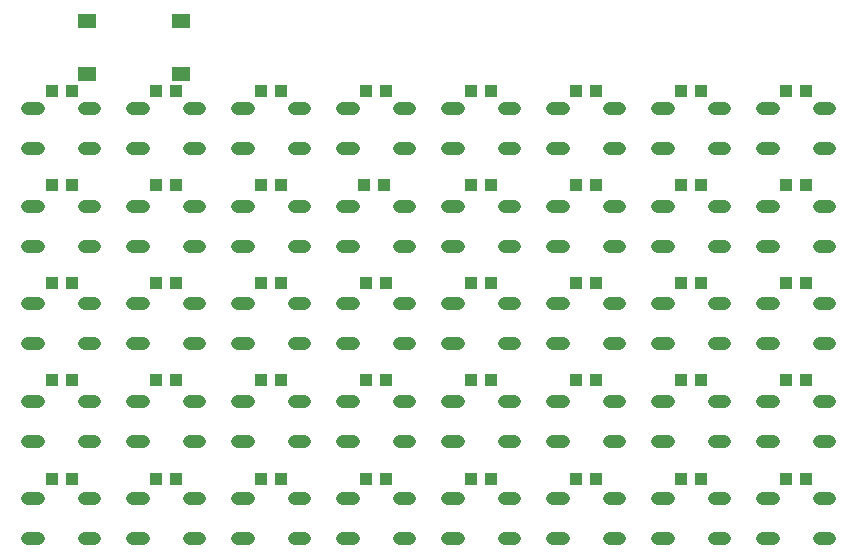
<source format=gtp>
G75*
%MOIN*%
%OFA0B0*%
%FSLAX24Y24*%
%IPPOS*%
%LPD*%
%AMOC8*
5,1,8,0,0,1.08239X$1,22.5*
%
%ADD10C,0.0433*%
%ADD11R,0.0433X0.0394*%
%ADD12R,0.0610X0.0512*%
D10*
X003130Y003831D02*
X003484Y003831D01*
X003484Y003831D01*
X003130Y003831D01*
X003130Y003831D01*
X003130Y005169D02*
X003484Y005169D01*
X003484Y005169D01*
X003130Y005169D01*
X003130Y005169D01*
X005020Y005169D02*
X005374Y005169D01*
X005374Y005169D01*
X005020Y005169D01*
X005020Y005169D01*
X005020Y003831D02*
X005374Y003831D01*
X005374Y003831D01*
X005020Y003831D01*
X005020Y003831D01*
X006630Y003831D02*
X006984Y003831D01*
X006984Y003831D01*
X006630Y003831D01*
X006630Y003831D01*
X006630Y005169D02*
X006984Y005169D01*
X006984Y005169D01*
X006630Y005169D01*
X006630Y005169D01*
X008520Y005169D02*
X008874Y005169D01*
X008874Y005169D01*
X008520Y005169D01*
X008520Y005169D01*
X010130Y005169D02*
X010484Y005169D01*
X010484Y005169D01*
X010130Y005169D01*
X010130Y005169D01*
X010130Y003831D02*
X010484Y003831D01*
X010484Y003831D01*
X010130Y003831D01*
X010130Y003831D01*
X008874Y003831D02*
X008520Y003831D01*
X008874Y003831D02*
X008874Y003831D01*
X008520Y003831D01*
X008520Y003831D01*
X012020Y003831D02*
X012374Y003831D01*
X012374Y003831D01*
X012020Y003831D01*
X012020Y003831D01*
X012020Y005169D02*
X012374Y005169D01*
X012374Y005169D01*
X012020Y005169D01*
X012020Y005169D01*
X013630Y005169D02*
X013984Y005169D01*
X013984Y005169D01*
X013630Y005169D01*
X013630Y005169D01*
X013630Y003831D02*
X013984Y003831D01*
X013984Y003831D01*
X013630Y003831D01*
X013630Y003831D01*
X015520Y003831D02*
X015874Y003831D01*
X015874Y003831D01*
X015520Y003831D01*
X015520Y003831D01*
X017130Y003831D02*
X017484Y003831D01*
X017484Y003831D01*
X017130Y003831D01*
X017130Y003831D01*
X017130Y005169D02*
X017484Y005169D01*
X017484Y005169D01*
X017130Y005169D01*
X017130Y005169D01*
X015874Y005169D02*
X015520Y005169D01*
X015874Y005169D02*
X015874Y005169D01*
X015520Y005169D01*
X015520Y005169D01*
X015520Y007081D02*
X015874Y007081D01*
X015874Y007081D01*
X015520Y007081D01*
X015520Y007081D01*
X017130Y007081D02*
X017484Y007081D01*
X017484Y007081D01*
X017130Y007081D01*
X017130Y007081D01*
X017130Y008419D02*
X017484Y008419D01*
X017484Y008419D01*
X017130Y008419D01*
X017130Y008419D01*
X015874Y008419D02*
X015520Y008419D01*
X015874Y008419D02*
X015874Y008419D01*
X015520Y008419D01*
X015520Y008419D01*
X013984Y008419D02*
X013630Y008419D01*
X013984Y008419D02*
X013984Y008419D01*
X013630Y008419D01*
X013630Y008419D01*
X012374Y008419D02*
X012020Y008419D01*
X012374Y008419D02*
X012374Y008419D01*
X012020Y008419D01*
X012020Y008419D01*
X012020Y007081D02*
X012374Y007081D01*
X012374Y007081D01*
X012020Y007081D01*
X012020Y007081D01*
X010484Y007081D02*
X010130Y007081D01*
X010484Y007081D02*
X010484Y007081D01*
X010130Y007081D01*
X010130Y007081D01*
X008874Y007081D02*
X008520Y007081D01*
X008874Y007081D02*
X008874Y007081D01*
X008520Y007081D01*
X008520Y007081D01*
X008520Y008419D02*
X008874Y008419D01*
X008874Y008419D01*
X008520Y008419D01*
X008520Y008419D01*
X010130Y008419D02*
X010484Y008419D01*
X010484Y008419D01*
X010130Y008419D01*
X010130Y008419D01*
X010130Y010331D02*
X010484Y010331D01*
X010484Y010331D01*
X010130Y010331D01*
X010130Y010331D01*
X008874Y010331D02*
X008520Y010331D01*
X008874Y010331D02*
X008874Y010331D01*
X008520Y010331D01*
X008520Y010331D01*
X008520Y011669D02*
X008874Y011669D01*
X008874Y011669D01*
X008520Y011669D01*
X008520Y011669D01*
X010130Y011669D02*
X010484Y011669D01*
X010484Y011669D01*
X010130Y011669D01*
X010130Y011669D01*
X012020Y011669D02*
X012374Y011669D01*
X012374Y011669D01*
X012020Y011669D01*
X012020Y011669D01*
X012020Y010331D02*
X012374Y010331D01*
X012374Y010331D01*
X012020Y010331D01*
X012020Y010331D01*
X013630Y010331D02*
X013984Y010331D01*
X013984Y010331D01*
X013630Y010331D01*
X013630Y010331D01*
X013630Y011669D02*
X013984Y011669D01*
X013984Y011669D01*
X013630Y011669D01*
X013630Y011669D01*
X015520Y011669D02*
X015874Y011669D01*
X015874Y011669D01*
X015520Y011669D01*
X015520Y011669D01*
X017130Y011669D02*
X017484Y011669D01*
X017484Y011669D01*
X017130Y011669D01*
X017130Y011669D01*
X017130Y010331D02*
X017484Y010331D01*
X017484Y010331D01*
X017130Y010331D01*
X017130Y010331D01*
X015874Y010331D02*
X015520Y010331D01*
X015874Y010331D02*
X015874Y010331D01*
X015520Y010331D01*
X015520Y010331D01*
X019020Y010331D02*
X019374Y010331D01*
X019374Y010331D01*
X019020Y010331D01*
X019020Y010331D01*
X019020Y011669D02*
X019374Y011669D01*
X019374Y011669D01*
X019020Y011669D01*
X019020Y011669D01*
X020630Y011669D02*
X020984Y011669D01*
X020984Y011669D01*
X020630Y011669D01*
X020630Y011669D01*
X020630Y010331D02*
X020984Y010331D01*
X020984Y010331D01*
X020630Y010331D01*
X020630Y010331D01*
X022520Y010331D02*
X022874Y010331D01*
X022874Y010331D01*
X022520Y010331D01*
X022520Y010331D01*
X024130Y010331D02*
X024484Y010331D01*
X024484Y010331D01*
X024130Y010331D01*
X024130Y010331D01*
X024130Y011669D02*
X024484Y011669D01*
X024484Y011669D01*
X024130Y011669D01*
X024130Y011669D01*
X022874Y011669D02*
X022520Y011669D01*
X022874Y011669D02*
X022874Y011669D01*
X022520Y011669D01*
X022520Y011669D01*
X022520Y013581D02*
X022874Y013581D01*
X022874Y013581D01*
X022520Y013581D01*
X022520Y013581D01*
X024130Y013581D02*
X024484Y013581D01*
X024484Y013581D01*
X024130Y013581D01*
X024130Y013581D01*
X024130Y014919D02*
X024484Y014919D01*
X024484Y014919D01*
X024130Y014919D01*
X024130Y014919D01*
X022874Y014919D02*
X022520Y014919D01*
X022874Y014919D02*
X022874Y014919D01*
X022520Y014919D01*
X022520Y014919D01*
X020984Y014919D02*
X020630Y014919D01*
X020984Y014919D02*
X020984Y014919D01*
X020630Y014919D01*
X020630Y014919D01*
X019374Y014919D02*
X019020Y014919D01*
X019374Y014919D02*
X019374Y014919D01*
X019020Y014919D01*
X019020Y014919D01*
X019020Y013581D02*
X019374Y013581D01*
X019374Y013581D01*
X019020Y013581D01*
X019020Y013581D01*
X017484Y013581D02*
X017130Y013581D01*
X017484Y013581D02*
X017484Y013581D01*
X017130Y013581D01*
X017130Y013581D01*
X015874Y013581D02*
X015520Y013581D01*
X015874Y013581D02*
X015874Y013581D01*
X015520Y013581D01*
X015520Y013581D01*
X015520Y014919D02*
X015874Y014919D01*
X015874Y014919D01*
X015520Y014919D01*
X015520Y014919D01*
X017130Y014919D02*
X017484Y014919D01*
X017484Y014919D01*
X017130Y014919D01*
X017130Y014919D01*
X017130Y016831D02*
X017484Y016831D01*
X017484Y016831D01*
X017130Y016831D01*
X017130Y016831D01*
X015874Y016831D02*
X015520Y016831D01*
X015874Y016831D02*
X015874Y016831D01*
X015520Y016831D01*
X015520Y016831D01*
X015520Y018169D02*
X015874Y018169D01*
X015874Y018169D01*
X015520Y018169D01*
X015520Y018169D01*
X017130Y018169D02*
X017484Y018169D01*
X017484Y018169D01*
X017130Y018169D01*
X017130Y018169D01*
X019020Y018169D02*
X019374Y018169D01*
X019374Y018169D01*
X019020Y018169D01*
X019020Y018169D01*
X019020Y016831D02*
X019374Y016831D01*
X019374Y016831D01*
X019020Y016831D01*
X019020Y016831D01*
X020630Y016831D02*
X020984Y016831D01*
X020984Y016831D01*
X020630Y016831D01*
X020630Y016831D01*
X020630Y018169D02*
X020984Y018169D01*
X020984Y018169D01*
X020630Y018169D01*
X020630Y018169D01*
X022520Y018169D02*
X022874Y018169D01*
X022874Y018169D01*
X022520Y018169D01*
X022520Y018169D01*
X024130Y018169D02*
X024484Y018169D01*
X024484Y018169D01*
X024130Y018169D01*
X024130Y018169D01*
X024130Y016831D02*
X024484Y016831D01*
X024484Y016831D01*
X024130Y016831D01*
X024130Y016831D01*
X022874Y016831D02*
X022520Y016831D01*
X022874Y016831D02*
X022874Y016831D01*
X022520Y016831D01*
X022520Y016831D01*
X026020Y016831D02*
X026374Y016831D01*
X026374Y016831D01*
X026020Y016831D01*
X026020Y016831D01*
X026020Y018169D02*
X026374Y018169D01*
X026374Y018169D01*
X026020Y018169D01*
X026020Y018169D01*
X027630Y018169D02*
X027984Y018169D01*
X027984Y018169D01*
X027630Y018169D01*
X027630Y018169D01*
X027630Y016831D02*
X027984Y016831D01*
X027984Y016831D01*
X027630Y016831D01*
X027630Y016831D01*
X029520Y016831D02*
X029874Y016831D01*
X029874Y016831D01*
X029520Y016831D01*
X029520Y016831D01*
X029520Y018169D02*
X029874Y018169D01*
X029874Y018169D01*
X029520Y018169D01*
X029520Y018169D01*
X029520Y014919D02*
X029874Y014919D01*
X029874Y014919D01*
X029520Y014919D01*
X029520Y014919D01*
X029520Y013581D02*
X029874Y013581D01*
X029874Y013581D01*
X029520Y013581D01*
X029520Y013581D01*
X027984Y013581D02*
X027630Y013581D01*
X027984Y013581D02*
X027984Y013581D01*
X027630Y013581D01*
X027630Y013581D01*
X026374Y013581D02*
X026020Y013581D01*
X026374Y013581D02*
X026374Y013581D01*
X026020Y013581D01*
X026020Y013581D01*
X026020Y014919D02*
X026374Y014919D01*
X026374Y014919D01*
X026020Y014919D01*
X026020Y014919D01*
X027630Y014919D02*
X027984Y014919D01*
X027984Y014919D01*
X027630Y014919D01*
X027630Y014919D01*
X027630Y011669D02*
X027984Y011669D01*
X027984Y011669D01*
X027630Y011669D01*
X027630Y011669D01*
X026374Y011669D02*
X026020Y011669D01*
X026374Y011669D02*
X026374Y011669D01*
X026020Y011669D01*
X026020Y011669D01*
X026020Y010331D02*
X026374Y010331D01*
X026374Y010331D01*
X026020Y010331D01*
X026020Y010331D01*
X027630Y010331D02*
X027984Y010331D01*
X027984Y010331D01*
X027630Y010331D01*
X027630Y010331D01*
X029520Y010331D02*
X029874Y010331D01*
X029874Y010331D01*
X029520Y010331D01*
X029520Y010331D01*
X029520Y011669D02*
X029874Y011669D01*
X029874Y011669D01*
X029520Y011669D01*
X029520Y011669D01*
X029520Y008419D02*
X029874Y008419D01*
X029874Y008419D01*
X029520Y008419D01*
X029520Y008419D01*
X029520Y007081D02*
X029874Y007081D01*
X029874Y007081D01*
X029520Y007081D01*
X029520Y007081D01*
X027984Y007081D02*
X027630Y007081D01*
X027984Y007081D02*
X027984Y007081D01*
X027630Y007081D01*
X027630Y007081D01*
X026374Y007081D02*
X026020Y007081D01*
X026374Y007081D02*
X026374Y007081D01*
X026020Y007081D01*
X026020Y007081D01*
X026020Y008419D02*
X026374Y008419D01*
X026374Y008419D01*
X026020Y008419D01*
X026020Y008419D01*
X024484Y008419D02*
X024130Y008419D01*
X024484Y008419D02*
X024484Y008419D01*
X024130Y008419D01*
X024130Y008419D01*
X022874Y008419D02*
X022520Y008419D01*
X022874Y008419D02*
X022874Y008419D01*
X022520Y008419D01*
X022520Y008419D01*
X022520Y007081D02*
X022874Y007081D01*
X022874Y007081D01*
X022520Y007081D01*
X022520Y007081D01*
X024130Y007081D02*
X024484Y007081D01*
X024484Y007081D01*
X024130Y007081D01*
X024130Y007081D01*
X024130Y005169D02*
X024484Y005169D01*
X024484Y005169D01*
X024130Y005169D01*
X024130Y005169D01*
X022874Y005169D02*
X022520Y005169D01*
X022874Y005169D02*
X022874Y005169D01*
X022520Y005169D01*
X022520Y005169D01*
X022520Y003831D02*
X022874Y003831D01*
X022874Y003831D01*
X022520Y003831D01*
X022520Y003831D01*
X024130Y003831D02*
X024484Y003831D01*
X024484Y003831D01*
X024130Y003831D01*
X024130Y003831D01*
X026020Y003831D02*
X026374Y003831D01*
X026374Y003831D01*
X026020Y003831D01*
X026020Y003831D01*
X026020Y005169D02*
X026374Y005169D01*
X026374Y005169D01*
X026020Y005169D01*
X026020Y005169D01*
X027630Y005169D02*
X027984Y005169D01*
X027984Y005169D01*
X027630Y005169D01*
X027630Y005169D01*
X027630Y003831D02*
X027984Y003831D01*
X027984Y003831D01*
X027630Y003831D01*
X027630Y003831D01*
X029520Y003831D02*
X029874Y003831D01*
X029874Y003831D01*
X029520Y003831D01*
X029520Y003831D01*
X029520Y005169D02*
X029874Y005169D01*
X029874Y005169D01*
X029520Y005169D01*
X029520Y005169D01*
X027984Y008419D02*
X027630Y008419D01*
X027984Y008419D02*
X027984Y008419D01*
X027630Y008419D01*
X027630Y008419D01*
X020984Y008419D02*
X020630Y008419D01*
X020984Y008419D02*
X020984Y008419D01*
X020630Y008419D01*
X020630Y008419D01*
X019374Y008419D02*
X019020Y008419D01*
X019374Y008419D02*
X019374Y008419D01*
X019020Y008419D01*
X019020Y008419D01*
X019020Y007081D02*
X019374Y007081D01*
X019374Y007081D01*
X019020Y007081D01*
X019020Y007081D01*
X020630Y007081D02*
X020984Y007081D01*
X020984Y007081D01*
X020630Y007081D01*
X020630Y007081D01*
X020630Y005169D02*
X020984Y005169D01*
X020984Y005169D01*
X020630Y005169D01*
X020630Y005169D01*
X019374Y005169D02*
X019020Y005169D01*
X019374Y005169D02*
X019374Y005169D01*
X019020Y005169D01*
X019020Y005169D01*
X019020Y003831D02*
X019374Y003831D01*
X019374Y003831D01*
X019020Y003831D01*
X019020Y003831D01*
X020630Y003831D02*
X020984Y003831D01*
X020984Y003831D01*
X020630Y003831D01*
X020630Y003831D01*
X013984Y007081D02*
X013630Y007081D01*
X013984Y007081D02*
X013984Y007081D01*
X013630Y007081D01*
X013630Y007081D01*
X006984Y007081D02*
X006630Y007081D01*
X006984Y007081D02*
X006984Y007081D01*
X006630Y007081D01*
X006630Y007081D01*
X005374Y007081D02*
X005020Y007081D01*
X005374Y007081D02*
X005374Y007081D01*
X005020Y007081D01*
X005020Y007081D01*
X005020Y008419D02*
X005374Y008419D01*
X005374Y008419D01*
X005020Y008419D01*
X005020Y008419D01*
X003484Y008419D02*
X003130Y008419D01*
X003484Y008419D02*
X003484Y008419D01*
X003130Y008419D01*
X003130Y008419D01*
X003130Y007081D02*
X003484Y007081D01*
X003484Y007081D01*
X003130Y007081D01*
X003130Y007081D01*
X006630Y008419D02*
X006984Y008419D01*
X006984Y008419D01*
X006630Y008419D01*
X006630Y008419D01*
X006630Y010331D02*
X006984Y010331D01*
X006984Y010331D01*
X006630Y010331D01*
X006630Y010331D01*
X005374Y010331D02*
X005020Y010331D01*
X005374Y010331D02*
X005374Y010331D01*
X005020Y010331D01*
X005020Y010331D01*
X005020Y011669D02*
X005374Y011669D01*
X005374Y011669D01*
X005020Y011669D01*
X005020Y011669D01*
X003484Y011669D02*
X003130Y011669D01*
X003484Y011669D02*
X003484Y011669D01*
X003130Y011669D01*
X003130Y011669D01*
X003130Y010331D02*
X003484Y010331D01*
X003484Y010331D01*
X003130Y010331D01*
X003130Y010331D01*
X006630Y011669D02*
X006984Y011669D01*
X006984Y011669D01*
X006630Y011669D01*
X006630Y011669D01*
X006630Y013581D02*
X006984Y013581D01*
X006984Y013581D01*
X006630Y013581D01*
X006630Y013581D01*
X005374Y013581D02*
X005020Y013581D01*
X005374Y013581D02*
X005374Y013581D01*
X005020Y013581D01*
X005020Y013581D01*
X005020Y014919D02*
X005374Y014919D01*
X005374Y014919D01*
X005020Y014919D01*
X005020Y014919D01*
X003484Y014919D02*
X003130Y014919D01*
X003484Y014919D02*
X003484Y014919D01*
X003130Y014919D01*
X003130Y014919D01*
X003130Y013581D02*
X003484Y013581D01*
X003484Y013581D01*
X003130Y013581D01*
X003130Y013581D01*
X006630Y014919D02*
X006984Y014919D01*
X006984Y014919D01*
X006630Y014919D01*
X006630Y014919D01*
X008520Y014919D02*
X008874Y014919D01*
X008874Y014919D01*
X008520Y014919D01*
X008520Y014919D01*
X010130Y014919D02*
X010484Y014919D01*
X010484Y014919D01*
X010130Y014919D01*
X010130Y014919D01*
X010130Y013581D02*
X010484Y013581D01*
X010484Y013581D01*
X010130Y013581D01*
X010130Y013581D01*
X008874Y013581D02*
X008520Y013581D01*
X008874Y013581D02*
X008874Y013581D01*
X008520Y013581D01*
X008520Y013581D01*
X012020Y013581D02*
X012374Y013581D01*
X012374Y013581D01*
X012020Y013581D01*
X012020Y013581D01*
X012020Y014919D02*
X012374Y014919D01*
X012374Y014919D01*
X012020Y014919D01*
X012020Y014919D01*
X013630Y014919D02*
X013984Y014919D01*
X013984Y014919D01*
X013630Y014919D01*
X013630Y014919D01*
X013630Y013581D02*
X013984Y013581D01*
X013984Y013581D01*
X013630Y013581D01*
X013630Y013581D01*
X013630Y016831D02*
X013984Y016831D01*
X013984Y016831D01*
X013630Y016831D01*
X013630Y016831D01*
X012374Y016831D02*
X012020Y016831D01*
X012374Y016831D02*
X012374Y016831D01*
X012020Y016831D01*
X012020Y016831D01*
X012020Y018169D02*
X012374Y018169D01*
X012374Y018169D01*
X012020Y018169D01*
X012020Y018169D01*
X010484Y018169D02*
X010130Y018169D01*
X010484Y018169D02*
X010484Y018169D01*
X010130Y018169D01*
X010130Y018169D01*
X008874Y018169D02*
X008520Y018169D01*
X008874Y018169D02*
X008874Y018169D01*
X008520Y018169D01*
X008520Y018169D01*
X008520Y016831D02*
X008874Y016831D01*
X008874Y016831D01*
X008520Y016831D01*
X008520Y016831D01*
X010130Y016831D02*
X010484Y016831D01*
X010484Y016831D01*
X010130Y016831D01*
X010130Y016831D01*
X006984Y016831D02*
X006630Y016831D01*
X006984Y016831D02*
X006984Y016831D01*
X006630Y016831D01*
X006630Y016831D01*
X005374Y016831D02*
X005020Y016831D01*
X005374Y016831D02*
X005374Y016831D01*
X005020Y016831D01*
X005020Y016831D01*
X005020Y018169D02*
X005374Y018169D01*
X005374Y018169D01*
X005020Y018169D01*
X005020Y018169D01*
X003484Y018169D02*
X003130Y018169D01*
X003484Y018169D02*
X003484Y018169D01*
X003130Y018169D01*
X003130Y018169D01*
X003130Y016831D02*
X003484Y016831D01*
X003484Y016831D01*
X003130Y016831D01*
X003130Y016831D01*
X006630Y018169D02*
X006984Y018169D01*
X006984Y018169D01*
X006630Y018169D01*
X006630Y018169D01*
X013630Y018169D02*
X013984Y018169D01*
X013984Y018169D01*
X013630Y018169D01*
X013630Y018169D01*
X020630Y013581D02*
X020984Y013581D01*
X020984Y013581D01*
X020630Y013581D01*
X020630Y013581D01*
D11*
X021418Y012350D03*
X022087Y012350D03*
X024918Y012350D03*
X025587Y012350D03*
X028418Y012350D03*
X029087Y012350D03*
X029087Y009100D03*
X028418Y009100D03*
X025587Y009100D03*
X024918Y009100D03*
X022087Y009100D03*
X021418Y009100D03*
X018587Y009100D03*
X017918Y009100D03*
X015087Y009100D03*
X014418Y009100D03*
X011587Y009100D03*
X010918Y009100D03*
X008087Y009100D03*
X007418Y009100D03*
X004637Y009100D03*
X003968Y009100D03*
X003968Y012350D03*
X004637Y012350D03*
X007418Y012350D03*
X008087Y012350D03*
X010918Y012350D03*
X011587Y012350D03*
X014418Y012350D03*
X015087Y012350D03*
X017918Y012350D03*
X018587Y012350D03*
X018587Y015600D03*
X017918Y015600D03*
X015037Y015600D03*
X014368Y015600D03*
X011587Y015600D03*
X010918Y015600D03*
X008087Y015600D03*
X007418Y015600D03*
X004637Y015600D03*
X003968Y015600D03*
X003968Y018750D03*
X004637Y018750D03*
X007418Y018750D03*
X008087Y018750D03*
X010918Y018750D03*
X011587Y018750D03*
X014418Y018750D03*
X015087Y018750D03*
X017918Y018750D03*
X018587Y018750D03*
X021418Y018750D03*
X022087Y018750D03*
X024918Y018750D03*
X025587Y018750D03*
X028418Y018750D03*
X029087Y018750D03*
X029087Y015600D03*
X028418Y015600D03*
X025587Y015600D03*
X024918Y015600D03*
X022087Y015600D03*
X021418Y015600D03*
X021418Y005800D03*
X022087Y005800D03*
X024918Y005800D03*
X025587Y005800D03*
X028418Y005800D03*
X029087Y005800D03*
X018587Y005800D03*
X017918Y005800D03*
X015087Y005800D03*
X014418Y005800D03*
X011587Y005800D03*
X010918Y005800D03*
X008087Y005800D03*
X007418Y005800D03*
X004637Y005800D03*
X003968Y005800D03*
D12*
X005137Y019314D03*
X005137Y021086D03*
X008267Y021086D03*
X008267Y019314D03*
M02*

</source>
